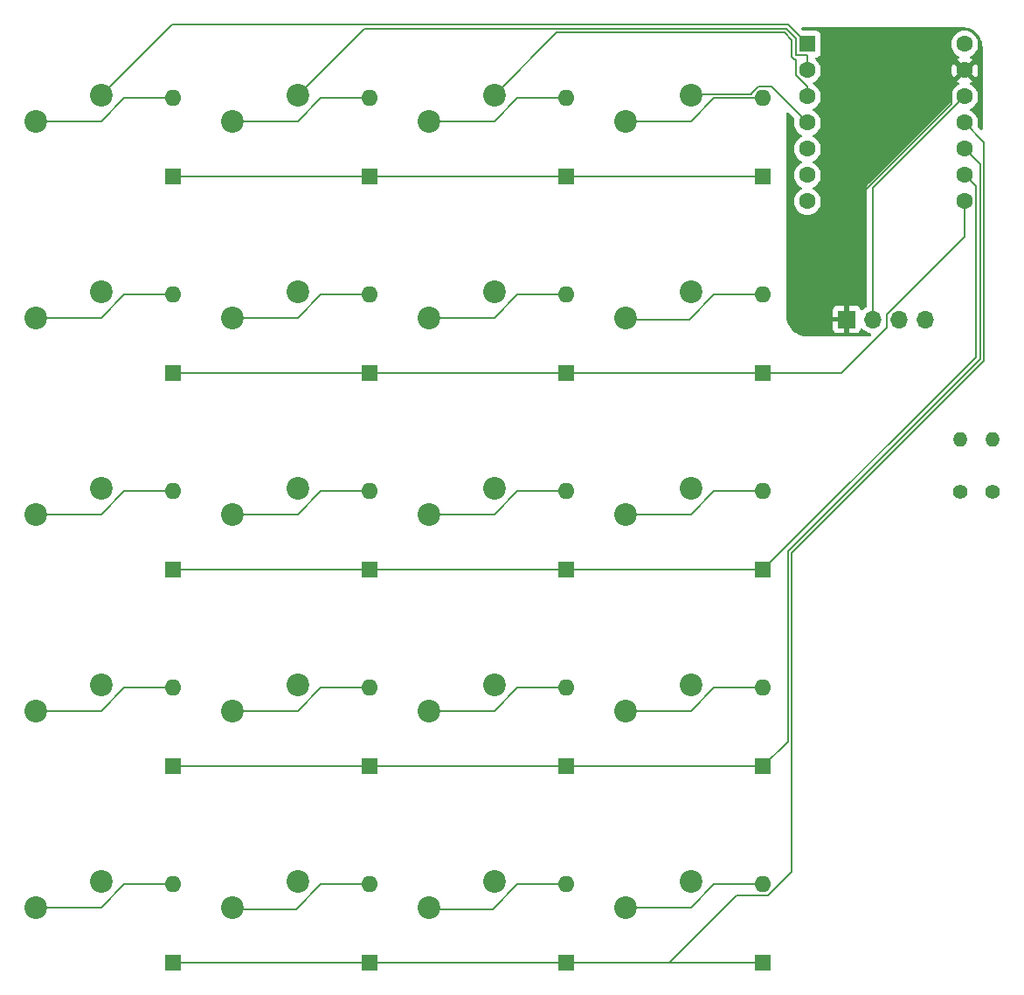
<source format=gbr>
%TF.GenerationSoftware,KiCad,Pcbnew,8.0.5*%
%TF.CreationDate,2024-10-05T13:22:53-05:00*%
%TF.ProjectId,HackPad_Neko,4861636b-5061-4645-9f4e-656b6f2e6b69,rev?*%
%TF.SameCoordinates,Original*%
%TF.FileFunction,Copper,L1,Top*%
%TF.FilePolarity,Positive*%
%FSLAX46Y46*%
G04 Gerber Fmt 4.6, Leading zero omitted, Abs format (unit mm)*
G04 Created by KiCad (PCBNEW 8.0.5) date 2024-10-05 13:22:53*
%MOMM*%
%LPD*%
G01*
G04 APERTURE LIST*
%TA.AperFunction,ComponentPad*%
%ADD10C,1.400000*%
%TD*%
%TA.AperFunction,ComponentPad*%
%ADD11O,1.400000X1.400000*%
%TD*%
%TA.AperFunction,ComponentPad*%
%ADD12C,2.200000*%
%TD*%
%TA.AperFunction,ComponentPad*%
%ADD13R,1.700000X1.700000*%
%TD*%
%TA.AperFunction,ComponentPad*%
%ADD14O,1.700000X1.700000*%
%TD*%
%TA.AperFunction,ComponentPad*%
%ADD15R,1.600000X1.600000*%
%TD*%
%TA.AperFunction,ComponentPad*%
%ADD16C,1.600000*%
%TD*%
%TA.AperFunction,ComponentPad*%
%ADD17O,1.600000X1.600000*%
%TD*%
%TA.AperFunction,Conductor*%
%ADD18C,0.200000*%
%TD*%
G04 APERTURE END LIST*
D10*
%TO.P,R2,1*%
%TO.N,+3V3*%
X208000000Y-100080000D03*
D11*
%TO.P,R2,2*%
%TO.N,SDA*%
X208000000Y-95000000D03*
%TD*%
D10*
%TO.P,R1,1*%
%TO.N,+3V3*%
X204850000Y-100080000D03*
D11*
%TO.P,R1,2*%
%TO.N,SCL*%
X204850000Y-95000000D03*
%TD*%
D12*
%TO.P,MX15,2,2*%
%TO.N,Net-(D15-A)*%
X153352500Y-121285000D03*
%TO.P,MX15,1,1*%
%TO.N,C2*%
X159702500Y-118745000D03*
%TD*%
%TO.P,MX5,2,2*%
%TO.N,Net-(D5-A)*%
X115252500Y-83185000D03*
%TO.P,MX5,1,1*%
%TO.N,C0*%
X121602500Y-80645000D03*
%TD*%
%TO.P,MX18,2,2*%
%TO.N,Net-(D18-A)*%
X134302500Y-140335000D03*
%TO.P,MX18,1,1*%
%TO.N,C1*%
X140652500Y-137795000D03*
%TD*%
%TO.P,MX20,2,2*%
%TO.N,Net-(D20-A)*%
X172402500Y-140335000D03*
%TO.P,MX20,1,1*%
%TO.N,C3*%
X178752500Y-137795000D03*
%TD*%
%TO.P,MX14,2,2*%
%TO.N,Net-(D14-A)*%
X134302500Y-121285000D03*
%TO.P,MX14,1,1*%
%TO.N,C1*%
X140652500Y-118745000D03*
%TD*%
%TO.P,MX3,2,2*%
%TO.N,Net-(D3-A)*%
X153352500Y-64135000D03*
%TO.P,MX3,1,1*%
%TO.N,C2*%
X159702500Y-61595000D03*
%TD*%
%TO.P,MX2,2,2*%
%TO.N,Net-(D2-A)*%
X134302500Y-64135000D03*
%TO.P,MX2,1,1*%
%TO.N,C1*%
X140652500Y-61595000D03*
%TD*%
%TO.P,MX13,2,2*%
%TO.N,Net-(D13-A)*%
X115252500Y-121285000D03*
%TO.P,MX13,1,1*%
%TO.N,C0*%
X121602500Y-118745000D03*
%TD*%
%TO.P,MX6,2,2*%
%TO.N,Net-(D6-A)*%
X134302500Y-83185000D03*
%TO.P,MX6,1,1*%
%TO.N,C1*%
X140652500Y-80645000D03*
%TD*%
%TO.P,MX4,2,2*%
%TO.N,Net-(D4-A)*%
X172402500Y-64135000D03*
%TO.P,MX4,1,1*%
%TO.N,C3*%
X178752500Y-61595000D03*
%TD*%
%TO.P,MX19,2,2*%
%TO.N,Net-(D19-A)*%
X153352500Y-140335000D03*
%TO.P,MX19,1,1*%
%TO.N,C2*%
X159702500Y-137795000D03*
%TD*%
%TO.P,MX10,2,2*%
%TO.N,Net-(D10-A)*%
X134302500Y-102235000D03*
%TO.P,MX10,1,1*%
%TO.N,C1*%
X140652500Y-99695000D03*
%TD*%
%TO.P,MX12,2,2*%
%TO.N,Net-(D12-A)*%
X172402500Y-102235000D03*
%TO.P,MX12,1,1*%
%TO.N,C3*%
X178752500Y-99695000D03*
%TD*%
%TO.P,MX11,2,2*%
%TO.N,Net-(D11-A)*%
X153352500Y-102235000D03*
%TO.P,MX11,1,1*%
%TO.N,C2*%
X159702500Y-99695000D03*
%TD*%
D13*
%TO.P,J1,1,Pin_1*%
%TO.N,GND*%
X193833750Y-83343750D03*
D14*
%TO.P,J1,2,Pin_2*%
%TO.N,+3V3*%
X196373750Y-83343750D03*
%TO.P,J1,3,Pin_3*%
%TO.N,SCL*%
X198913750Y-83343750D03*
%TO.P,J1,4,Pin_4*%
%TO.N,SDA*%
X201453750Y-83343750D03*
%TD*%
D12*
%TO.P,MX16,2,2*%
%TO.N,Net-(D16-A)*%
X172402500Y-121285000D03*
%TO.P,MX16,1,1*%
%TO.N,C3*%
X178752500Y-118745000D03*
%TD*%
%TO.P,MX7,2,2*%
%TO.N,Net-(D7-A)*%
X153352500Y-83185000D03*
%TO.P,MX7,1,1*%
%TO.N,C2*%
X159702500Y-80645000D03*
%TD*%
%TO.P,MX17,2,2*%
%TO.N,Net-(D17-A)*%
X115252500Y-140335000D03*
%TO.P,MX17,1,1*%
%TO.N,C0*%
X121602500Y-137795000D03*
%TD*%
%TO.P,MX8,2,2*%
%TO.N,Net-(D8-A)*%
X172402500Y-83185000D03*
%TO.P,MX8,1,1*%
%TO.N,C3*%
X178752500Y-80645000D03*
%TD*%
D15*
%TO.P,U1,1,PA02_A0_D0*%
%TO.N,C0*%
X190023750Y-56667500D03*
D16*
%TO.P,U1,2,PA4_A1_D1*%
%TO.N,C1*%
X190023750Y-59207500D03*
%TO.P,U1,3,PA10_A2_D2*%
%TO.N,C2*%
X190023750Y-61747500D03*
%TO.P,U1,4,PA11_A3_D3*%
%TO.N,C3*%
X190023750Y-64287500D03*
%TO.P,U1,5,PA8_A4_D4_SDA*%
%TO.N,SDA*%
X190023750Y-66827500D03*
%TO.P,U1,6,PA9_A5_D5_SCL*%
%TO.N,SCL*%
X190023750Y-69367500D03*
%TO.P,U1,7,PB08_A6_D6_TX*%
%TO.N,R0*%
X190023750Y-71907500D03*
%TO.P,U1,8,PB09_A7_D7_RX*%
%TO.N,R1*%
X205263750Y-71907500D03*
%TO.P,U1,9,PA7_A8_D8_SCK*%
%TO.N,R2*%
X205263750Y-69367500D03*
%TO.P,U1,10,PA5_A9_D9_MISO*%
%TO.N,R3*%
X205263750Y-66827500D03*
%TO.P,U1,11,PA6_A10_D10_MOSI*%
%TO.N,R4*%
X205263750Y-64287500D03*
%TO.P,U1,12,3V3*%
%TO.N,+3V3*%
X205263750Y-61747500D03*
%TO.P,U1,13,GND*%
%TO.N,GND*%
X205263750Y-59207500D03*
%TO.P,U1,14,5V*%
%TO.N,unconnected-(U1-5V-Pad14)*%
X205263750Y-56667500D03*
%TD*%
D12*
%TO.P,MX1,2,2*%
%TO.N,Net-(D1-A)*%
X115252500Y-64135000D03*
%TO.P,MX1,1,1*%
%TO.N,C0*%
X121602500Y-61595000D03*
%TD*%
%TO.P,MX9,2,2*%
%TO.N,Net-(D9-A)*%
X115252500Y-102235000D03*
%TO.P,MX9,1,1*%
%TO.N,C0*%
X121602500Y-99695000D03*
%TD*%
D15*
%TO.P,D10,1,K*%
%TO.N,R2*%
X147637500Y-107632500D03*
D17*
%TO.P,D10,2,A*%
%TO.N,Net-(D10-A)*%
X147637500Y-100012500D03*
%TD*%
D15*
%TO.P,D1,1,K*%
%TO.N,R0*%
X128587500Y-69532500D03*
D17*
%TO.P,D1,2,A*%
%TO.N,Net-(D1-A)*%
X128587500Y-61912500D03*
%TD*%
D15*
%TO.P,D19,1,K*%
%TO.N,R4*%
X166687500Y-145732500D03*
D17*
%TO.P,D19,2,A*%
%TO.N,Net-(D19-A)*%
X166687500Y-138112500D03*
%TD*%
D15*
%TO.P,D13,1,K*%
%TO.N,R3*%
X128587500Y-126682500D03*
D17*
%TO.P,D13,2,A*%
%TO.N,Net-(D13-A)*%
X128587500Y-119062500D03*
%TD*%
D15*
%TO.P,D18,1,K*%
%TO.N,R4*%
X147637500Y-145732500D03*
D17*
%TO.P,D18,2,A*%
%TO.N,Net-(D18-A)*%
X147637500Y-138112500D03*
%TD*%
D15*
%TO.P,D2,1,K*%
%TO.N,R0*%
X147637500Y-69532500D03*
D17*
%TO.P,D2,2,A*%
%TO.N,Net-(D2-A)*%
X147637500Y-61912500D03*
%TD*%
D15*
%TO.P,D11,1,K*%
%TO.N,R2*%
X166687500Y-107632500D03*
D17*
%TO.P,D11,2,A*%
%TO.N,Net-(D11-A)*%
X166687500Y-100012500D03*
%TD*%
D15*
%TO.P,D3,1,K*%
%TO.N,R0*%
X166687500Y-69532500D03*
D17*
%TO.P,D3,2,A*%
%TO.N,Net-(D3-A)*%
X166687500Y-61912500D03*
%TD*%
D15*
%TO.P,D17,1,K*%
%TO.N,R4*%
X128587500Y-145732500D03*
D17*
%TO.P,D17,2,A*%
%TO.N,Net-(D17-A)*%
X128587500Y-138112500D03*
%TD*%
D15*
%TO.P,D16,1,K*%
%TO.N,R3*%
X185737500Y-126682500D03*
D17*
%TO.P,D16,2,A*%
%TO.N,Net-(D16-A)*%
X185737500Y-119062500D03*
%TD*%
D15*
%TO.P,D9,1,K*%
%TO.N,R2*%
X128587500Y-107632500D03*
D17*
%TO.P,D9,2,A*%
%TO.N,Net-(D9-A)*%
X128587500Y-100012500D03*
%TD*%
D15*
%TO.P,D12,1,K*%
%TO.N,R2*%
X185737500Y-107632500D03*
D17*
%TO.P,D12,2,A*%
%TO.N,Net-(D12-A)*%
X185737500Y-100012500D03*
%TD*%
D15*
%TO.P,D6,1,K*%
%TO.N,R1*%
X147637500Y-88582500D03*
D17*
%TO.P,D6,2,A*%
%TO.N,Net-(D6-A)*%
X147637500Y-80962500D03*
%TD*%
D15*
%TO.P,D7,1,K*%
%TO.N,R1*%
X166687500Y-88582500D03*
D17*
%TO.P,D7,2,A*%
%TO.N,Net-(D7-A)*%
X166687500Y-80962500D03*
%TD*%
D15*
%TO.P,D14,1,K*%
%TO.N,R3*%
X147637500Y-126682500D03*
D17*
%TO.P,D14,2,A*%
%TO.N,Net-(D14-A)*%
X147637500Y-119062500D03*
%TD*%
D15*
%TO.P,D20,1,K*%
%TO.N,R4*%
X185737500Y-145732500D03*
D17*
%TO.P,D20,2,A*%
%TO.N,Net-(D20-A)*%
X185737500Y-138112500D03*
%TD*%
D15*
%TO.P,D4,1,K*%
%TO.N,R0*%
X185737500Y-69532500D03*
D17*
%TO.P,D4,2,A*%
%TO.N,Net-(D4-A)*%
X185737500Y-61912500D03*
%TD*%
D15*
%TO.P,D8,1,K*%
%TO.N,R1*%
X185737500Y-88582500D03*
D17*
%TO.P,D8,2,A*%
%TO.N,Net-(D8-A)*%
X185737500Y-80962500D03*
%TD*%
D15*
%TO.P,D15,1,K*%
%TO.N,R3*%
X166687500Y-126682500D03*
D17*
%TO.P,D15,2,A*%
%TO.N,Net-(D15-A)*%
X166687500Y-119062500D03*
%TD*%
D15*
%TO.P,D5,1,K*%
%TO.N,R1*%
X128587500Y-88582500D03*
D17*
%TO.P,D5,2,A*%
%TO.N,Net-(D5-A)*%
X128587500Y-80962500D03*
%TD*%
D18*
%TO.N,GND*%
X193833750Y-83343750D02*
X193833750Y-72611815D01*
X193833750Y-72611815D02*
X204000000Y-62445565D01*
X204000000Y-62445565D02*
X204000000Y-60471250D01*
X204000000Y-60471250D02*
X205263750Y-59207500D01*
%TO.N,+3V3*%
X196373750Y-83343750D02*
X196373750Y-70637500D01*
X196373750Y-70637500D02*
X205263750Y-61747500D01*
%TO.N,Net-(D1-A)*%
X123825000Y-61912500D02*
X128587500Y-61912500D01*
X121602500Y-64135000D02*
X123825000Y-61912500D01*
X115252500Y-64135000D02*
X121602500Y-64135000D01*
%TO.N,R0*%
X128587500Y-69532500D02*
X185737500Y-69532500D01*
X185737500Y-69532500D02*
X185737500Y-70002500D01*
%TO.N,Net-(D2-A)*%
X140652500Y-64135000D02*
X142875000Y-61912500D01*
X134302500Y-64135000D02*
X140652500Y-64135000D01*
X142875000Y-61912500D02*
X147637500Y-61912500D01*
%TO.N,Net-(D3-A)*%
X159702500Y-64135000D02*
X161925000Y-61912500D01*
X153352500Y-64135000D02*
X159702500Y-64135000D01*
X161925000Y-61912500D02*
X166687500Y-61912500D01*
%TO.N,Net-(D4-A)*%
X180975000Y-61912500D02*
X185737500Y-61912500D01*
X172402500Y-64135000D02*
X178752500Y-64135000D01*
X178752500Y-64135000D02*
X180975000Y-61912500D01*
%TO.N,R1*%
X205263750Y-75367404D02*
X205263750Y-71907500D01*
X185737500Y-88582500D02*
X193351250Y-88582500D01*
X197763750Y-84170000D02*
X197763750Y-82867404D01*
X197763750Y-82867404D02*
X205263750Y-75367404D01*
X128587500Y-88582500D02*
X185737500Y-88582500D01*
X193351250Y-88582500D02*
X197763750Y-84170000D01*
%TO.N,Net-(D5-A)*%
X115252500Y-83185000D02*
X121602500Y-83185000D01*
X121602500Y-83185000D02*
X123825000Y-80962500D01*
X123825000Y-80962500D02*
X128587500Y-80962500D01*
%TO.N,Net-(D6-A)*%
X134302500Y-83185000D02*
X140652500Y-83185000D01*
X142875000Y-80962500D02*
X147637500Y-80962500D01*
X140652500Y-83185000D02*
X142875000Y-80962500D01*
%TO.N,Net-(D7-A)*%
X153352500Y-83185000D02*
X159702500Y-83185000D01*
X161925000Y-80962500D02*
X166687500Y-80962500D01*
X159702500Y-83185000D02*
X161925000Y-80962500D01*
%TO.N,Net-(D8-A)*%
X178593750Y-83343750D02*
X180975000Y-80962500D01*
X172561250Y-83343750D02*
X178593750Y-83343750D01*
X180975000Y-80962500D02*
X185737500Y-80962500D01*
X172402500Y-83185000D02*
X172561250Y-83343750D01*
%TO.N,Net-(D9-A)*%
X123825000Y-100012500D02*
X128587500Y-100012500D01*
X115252500Y-102235000D02*
X121602500Y-102235000D01*
X121602500Y-102235000D02*
X123825000Y-100012500D01*
%TO.N,R2*%
X128587500Y-107632500D02*
X185737500Y-107632500D01*
X185737500Y-107632500D02*
X206363750Y-87006250D01*
X206363750Y-87006250D02*
X206363750Y-70467500D01*
X206363750Y-70467500D02*
X205263750Y-69367500D01*
%TO.N,Net-(D10-A)*%
X140652500Y-102235000D02*
X142875000Y-100012500D01*
X142875000Y-100012500D02*
X147637500Y-100012500D01*
X134302500Y-102235000D02*
X140652500Y-102235000D01*
%TO.N,Net-(D11-A)*%
X153352500Y-102235000D02*
X159702500Y-102235000D01*
X161925000Y-100012500D02*
X166687500Y-100012500D01*
X159702500Y-102235000D02*
X161925000Y-100012500D01*
%TO.N,Net-(D12-A)*%
X180975000Y-100012500D02*
X185737500Y-100012500D01*
X178752500Y-102235000D02*
X180975000Y-100012500D01*
X172402500Y-102235000D02*
X178752500Y-102235000D01*
%TO.N,R3*%
X128587500Y-126682500D02*
X185737500Y-126682500D01*
X206763750Y-68327500D02*
X205263750Y-66827500D01*
X185737500Y-126682500D02*
X188118750Y-124301250D01*
X188118750Y-105816936D02*
X206763750Y-87171936D01*
X188118750Y-124301250D02*
X188118750Y-105816936D01*
X206763750Y-87171936D02*
X206763750Y-68327500D01*
%TO.N,Net-(D13-A)*%
X115252500Y-121285000D02*
X121602500Y-121285000D01*
X123825000Y-119062500D02*
X128587500Y-119062500D01*
X121602500Y-121285000D02*
X123825000Y-119062500D01*
%TO.N,Net-(D14-A)*%
X142875000Y-119062500D02*
X147637500Y-119062500D01*
X134302500Y-121285000D02*
X140652500Y-121285000D01*
X140652500Y-121285000D02*
X142875000Y-119062500D01*
%TO.N,Net-(D15-A)*%
X161925000Y-119062500D02*
X166687500Y-119062500D01*
X153352500Y-121285000D02*
X159702500Y-121285000D01*
X159702500Y-121285000D02*
X161925000Y-119062500D01*
%TO.N,Net-(D16-A)*%
X180975000Y-119062500D02*
X185737500Y-119062500D01*
X172402500Y-121285000D02*
X178752500Y-121285000D01*
X178752500Y-121285000D02*
X180975000Y-119062500D01*
%TO.N,Net-(D17-A)*%
X123825000Y-138112500D02*
X128587500Y-138112500D01*
X115252500Y-140335000D02*
X121602500Y-140335000D01*
X121602500Y-140335000D02*
X123825000Y-138112500D01*
%TO.N,R4*%
X128587500Y-145732500D02*
X185737500Y-145732500D01*
X188518750Y-105982622D02*
X207163750Y-87337622D01*
X207163750Y-87337622D02*
X207163750Y-66187500D01*
X186193135Y-139212500D02*
X188518750Y-136886885D01*
X176678402Y-145732500D02*
X183198402Y-139212500D01*
X207163750Y-66187500D02*
X205263750Y-64287500D01*
X185737500Y-145732500D02*
X176678402Y-145732500D01*
X188518750Y-136886885D02*
X188518750Y-105982622D01*
X183198402Y-139212500D02*
X186193135Y-139212500D01*
%TO.N,Net-(D18-A)*%
X134461250Y-140493750D02*
X140493750Y-140493750D01*
X134302500Y-140335000D02*
X134461250Y-140493750D01*
X140493750Y-140493750D02*
X142875000Y-138112500D01*
X142875000Y-138112500D02*
X147637500Y-138112500D01*
%TO.N,Net-(D19-A)*%
X153511250Y-140493750D02*
X159543750Y-140493750D01*
X161925000Y-138112500D02*
X166687500Y-138112500D01*
X153352500Y-140335000D02*
X153511250Y-140493750D01*
X159543750Y-140493750D02*
X161925000Y-138112500D01*
%TO.N,Net-(D20-A)*%
X178752500Y-140335000D02*
X180975000Y-138112500D01*
X180975000Y-138112500D02*
X185737500Y-138112500D01*
X172402500Y-140335000D02*
X178752500Y-140335000D01*
%TO.N,C0*%
X121602500Y-61595000D02*
X128428750Y-54768750D01*
X188125000Y-54768750D02*
X190023750Y-56667500D01*
X128428750Y-54768750D02*
X188125000Y-54768750D01*
%TO.N,C1*%
X190023750Y-57767500D02*
X190023750Y-59207500D01*
X140652500Y-61595000D02*
X147078750Y-55168750D01*
X188923750Y-57767500D02*
X190023750Y-57767500D01*
X187959314Y-55168750D02*
X188923750Y-56133186D01*
X188923750Y-56133186D02*
X188923750Y-57767500D01*
X147078750Y-55168750D02*
X187959314Y-55168750D01*
%TO.N,C2*%
X188758065Y-58167500D02*
X188523750Y-57933185D01*
X190023750Y-60763135D02*
X188923750Y-59663135D01*
X188923750Y-58167500D02*
X188758065Y-58167500D01*
X187793628Y-55568750D02*
X165728750Y-55568750D01*
X188523750Y-56298872D02*
X187793628Y-55568750D01*
X188523750Y-57933185D02*
X188523750Y-56298872D01*
X190023750Y-61747500D02*
X190023750Y-60763135D01*
X188923750Y-59663135D02*
X188923750Y-58167500D01*
X165728750Y-55568750D02*
X159702500Y-61595000D01*
%TO.N,C3*%
X184637500Y-61456865D02*
X185281865Y-60812500D01*
X184637500Y-61512500D02*
X184637500Y-61456865D01*
X178835000Y-61512500D02*
X184637500Y-61512500D01*
X186548750Y-60812500D02*
X190023750Y-64287500D01*
X185281865Y-60812500D02*
X186548750Y-60812500D01*
X178752500Y-61595000D02*
X178835000Y-61512500D01*
%TO.N,unconnected-(U1-5V-Pad14)*%
X205263750Y-56670625D02*
X205263750Y-56667500D01*
%TD*%
%TA.AperFunction,Conductor*%
%TO.N,GND*%
G36*
X205004418Y-55000316D02*
G01*
X205275790Y-55019724D01*
X205293291Y-55022241D01*
X205554803Y-55079129D01*
X205571762Y-55084108D01*
X205714591Y-55137381D01*
X205822524Y-55177638D01*
X205838616Y-55184987D01*
X206073501Y-55313244D01*
X206088375Y-55322802D01*
X206245944Y-55440758D01*
X206302624Y-55483188D01*
X206315994Y-55494774D01*
X206505225Y-55684005D01*
X206516811Y-55697375D01*
X206677193Y-55911619D01*
X206686758Y-55926503D01*
X206815011Y-56161382D01*
X206822361Y-56177475D01*
X206915888Y-56428229D01*
X206920872Y-56445205D01*
X206977757Y-56706702D01*
X206980275Y-56724214D01*
X206999684Y-56995581D01*
X207000000Y-57004427D01*
X207000000Y-64875152D01*
X206980315Y-64942191D01*
X206927511Y-64987946D01*
X206858353Y-64997890D01*
X206794797Y-64968865D01*
X206788319Y-64962833D01*
X206555691Y-64730206D01*
X206522206Y-64668883D01*
X206523597Y-64610431D01*
X206549385Y-64514192D01*
X206569218Y-64287500D01*
X206549385Y-64060808D01*
X206490489Y-63841004D01*
X206394318Y-63634766D01*
X206263797Y-63448361D01*
X206263795Y-63448358D01*
X206102891Y-63287454D01*
X205916484Y-63156932D01*
X205916478Y-63156929D01*
X205858475Y-63129882D01*
X205806035Y-63083710D01*
X205786883Y-63016517D01*
X205807098Y-62949635D01*
X205858475Y-62905118D01*
X205916484Y-62878068D01*
X206102889Y-62747547D01*
X206263797Y-62586639D01*
X206394318Y-62400234D01*
X206490489Y-62193996D01*
X206549385Y-61974192D01*
X206569218Y-61747500D01*
X206549385Y-61520808D01*
X206490489Y-61301004D01*
X206394318Y-61094766D01*
X206263797Y-60908361D01*
X206263795Y-60908358D01*
X206102891Y-60747454D01*
X205916485Y-60616933D01*
X205916486Y-60616933D01*
X205916484Y-60616932D01*
X205857882Y-60589605D01*
X205805444Y-60543433D01*
X205786293Y-60476239D01*
X205806509Y-60409358D01*
X205857885Y-60364841D01*
X205916232Y-60337633D01*
X205989221Y-60286524D01*
X205393159Y-59690462D01*
X205456743Y-59673425D01*
X205570757Y-59607599D01*
X205663849Y-59514507D01*
X205729675Y-59400493D01*
X205746712Y-59336909D01*
X206342774Y-59932971D01*
X206393886Y-59859978D01*
X206490014Y-59653831D01*
X206490019Y-59653817D01*
X206548889Y-59434110D01*
X206548891Y-59434099D01*
X206568716Y-59207502D01*
X206568716Y-59207497D01*
X206548891Y-58980900D01*
X206548889Y-58980889D01*
X206490019Y-58761182D01*
X206490014Y-58761168D01*
X206393886Y-58555021D01*
X206393882Y-58555013D01*
X206342775Y-58482026D01*
X205746712Y-59078089D01*
X205729675Y-59014507D01*
X205663849Y-58900493D01*
X205570757Y-58807401D01*
X205456743Y-58741575D01*
X205393160Y-58724537D01*
X205989222Y-58128474D01*
X205916230Y-58077364D01*
X205857884Y-58050157D01*
X205805445Y-58003984D01*
X205786293Y-57936791D01*
X205806509Y-57869910D01*
X205857884Y-57825393D01*
X205916484Y-57798068D01*
X206102889Y-57667547D01*
X206263797Y-57506639D01*
X206394318Y-57320234D01*
X206490489Y-57113996D01*
X206549385Y-56894192D01*
X206569218Y-56667500D01*
X206549385Y-56440808D01*
X206490489Y-56221004D01*
X206394318Y-56014766D01*
X206263797Y-55828361D01*
X206263795Y-55828358D01*
X206102891Y-55667454D01*
X205916484Y-55536932D01*
X205916482Y-55536931D01*
X205710247Y-55440761D01*
X205710238Y-55440758D01*
X205490447Y-55381866D01*
X205490443Y-55381865D01*
X205490442Y-55381865D01*
X205490441Y-55381864D01*
X205490436Y-55381864D01*
X205263752Y-55362032D01*
X205263748Y-55362032D01*
X205037063Y-55381864D01*
X205037052Y-55381866D01*
X204817261Y-55440758D01*
X204817252Y-55440761D01*
X204611017Y-55536931D01*
X204611015Y-55536932D01*
X204424608Y-55667454D01*
X204263704Y-55828358D01*
X204133182Y-56014765D01*
X204133181Y-56014767D01*
X204037011Y-56221002D01*
X204037008Y-56221011D01*
X203978116Y-56440802D01*
X203978114Y-56440813D01*
X203958282Y-56667498D01*
X203958282Y-56667501D01*
X203978114Y-56894186D01*
X203978116Y-56894197D01*
X204037008Y-57113988D01*
X204037011Y-57113997D01*
X204133181Y-57320232D01*
X204133182Y-57320234D01*
X204263704Y-57506641D01*
X204424608Y-57667545D01*
X204424611Y-57667547D01*
X204611016Y-57798068D01*
X204669615Y-57825393D01*
X204722055Y-57871565D01*
X204741207Y-57938758D01*
X204720992Y-58005639D01*
X204669617Y-58050157D01*
X204611263Y-58077368D01*
X204611262Y-58077368D01*
X204538276Y-58128473D01*
X204538276Y-58128474D01*
X205134340Y-58724537D01*
X205070757Y-58741575D01*
X204956743Y-58807401D01*
X204863651Y-58900493D01*
X204797825Y-59014507D01*
X204780787Y-59078089D01*
X204184724Y-58482026D01*
X204184723Y-58482026D01*
X204133618Y-58555012D01*
X204133616Y-58555016D01*
X204037484Y-58761173D01*
X204037480Y-58761182D01*
X203978610Y-58980889D01*
X203978608Y-58980900D01*
X203958784Y-59207497D01*
X203958784Y-59207502D01*
X203978608Y-59434099D01*
X203978610Y-59434110D01*
X204037480Y-59653817D01*
X204037485Y-59653831D01*
X204133613Y-59859978D01*
X204184724Y-59932972D01*
X204780787Y-59336909D01*
X204797825Y-59400493D01*
X204863651Y-59514507D01*
X204956743Y-59607599D01*
X205070757Y-59673425D01*
X205134340Y-59690462D01*
X204538276Y-60286525D01*
X204611263Y-60337632D01*
X204611271Y-60337636D01*
X204669614Y-60364842D01*
X204722054Y-60411014D01*
X204741206Y-60478207D01*
X204720991Y-60545089D01*
X204669616Y-60589605D01*
X204611022Y-60616928D01*
X204611015Y-60616932D01*
X204424608Y-60747454D01*
X204263704Y-60908358D01*
X204133182Y-61094765D01*
X204133181Y-61094767D01*
X204037011Y-61301002D01*
X204037008Y-61301011D01*
X203978116Y-61520802D01*
X203978114Y-61520813D01*
X203958282Y-61747498D01*
X203958282Y-61747501D01*
X203978114Y-61974186D01*
X203978115Y-61974194D01*
X204003902Y-62070429D01*
X204002239Y-62140279D01*
X203971808Y-62190204D01*
X196005036Y-70156978D01*
X195893231Y-70268782D01*
X195893229Y-70268785D01*
X195843111Y-70355594D01*
X195843109Y-70355596D01*
X195814175Y-70405709D01*
X195814174Y-70405710D01*
X195814173Y-70405715D01*
X195773249Y-70558443D01*
X195773249Y-70558445D01*
X195773249Y-70726546D01*
X195773250Y-70726559D01*
X195773250Y-82054658D01*
X195753565Y-82121697D01*
X195701664Y-82167036D01*
X195695923Y-82169713D01*
X195695919Y-82169715D01*
X195502350Y-82305253D01*
X195380034Y-82427569D01*
X195318711Y-82461053D01*
X195249019Y-82456069D01*
X195193086Y-82414197D01*
X195176171Y-82383220D01*
X195127104Y-82251663D01*
X195127100Y-82251656D01*
X195040940Y-82136562D01*
X195040937Y-82136559D01*
X194925843Y-82050399D01*
X194925836Y-82050395D01*
X194791129Y-82000153D01*
X194791122Y-82000151D01*
X194731594Y-81993750D01*
X194083750Y-81993750D01*
X194083750Y-82910738D01*
X194026743Y-82877825D01*
X193899576Y-82843750D01*
X193767924Y-82843750D01*
X193640757Y-82877825D01*
X193583750Y-82910738D01*
X193583750Y-81993750D01*
X192935905Y-81993750D01*
X192876377Y-82000151D01*
X192876370Y-82000153D01*
X192741663Y-82050395D01*
X192741656Y-82050399D01*
X192626562Y-82136559D01*
X192626559Y-82136562D01*
X192540399Y-82251656D01*
X192540395Y-82251663D01*
X192490153Y-82386370D01*
X192490151Y-82386377D01*
X192483750Y-82445905D01*
X192483750Y-83093750D01*
X193400738Y-83093750D01*
X193367825Y-83150757D01*
X193333750Y-83277924D01*
X193333750Y-83409576D01*
X193367825Y-83536743D01*
X193400738Y-83593750D01*
X192483750Y-83593750D01*
X192483750Y-84241594D01*
X192490151Y-84301122D01*
X192490153Y-84301129D01*
X192540395Y-84435836D01*
X192540399Y-84435843D01*
X192626559Y-84550937D01*
X192626562Y-84550940D01*
X192741656Y-84637100D01*
X192741663Y-84637104D01*
X192876370Y-84687346D01*
X192876377Y-84687348D01*
X192935905Y-84693749D01*
X192935922Y-84693750D01*
X193583750Y-84693750D01*
X193583750Y-83776762D01*
X193640757Y-83809675D01*
X193767924Y-83843750D01*
X193899576Y-83843750D01*
X194026743Y-83809675D01*
X194083750Y-83776762D01*
X194083750Y-84693750D01*
X194731578Y-84693750D01*
X194731594Y-84693749D01*
X194791122Y-84687348D01*
X194791129Y-84687346D01*
X194925836Y-84637104D01*
X194925843Y-84637100D01*
X195040937Y-84550940D01*
X195040940Y-84550937D01*
X195127100Y-84435843D01*
X195127104Y-84435836D01*
X195176172Y-84304279D01*
X195218043Y-84248345D01*
X195283507Y-84223928D01*
X195351780Y-84238780D01*
X195380035Y-84259931D01*
X195502349Y-84382245D01*
X195578885Y-84435836D01*
X195695915Y-84517782D01*
X195695917Y-84517783D01*
X195695920Y-84517785D01*
X195910087Y-84617653D01*
X196138342Y-84678813D01*
X196138346Y-84678813D01*
X196141745Y-84679724D01*
X196201405Y-84716088D01*
X196231935Y-84778935D01*
X196223641Y-84848311D01*
X196197333Y-84887180D01*
X196120831Y-84963682D01*
X196059511Y-84997166D01*
X196033152Y-85000000D01*
X190004428Y-85000000D01*
X189995582Y-84999684D01*
X189724214Y-84980275D01*
X189706702Y-84977757D01*
X189445205Y-84920872D01*
X189428229Y-84915888D01*
X189177475Y-84822361D01*
X189161382Y-84815011D01*
X188926503Y-84686758D01*
X188911619Y-84677193D01*
X188858061Y-84637100D01*
X188697375Y-84516811D01*
X188684005Y-84505225D01*
X188494774Y-84315994D01*
X188483188Y-84302624D01*
X188482064Y-84301122D01*
X188322802Y-84088375D01*
X188313244Y-84073501D01*
X188184987Y-83838616D01*
X188177638Y-83822524D01*
X188171999Y-83807405D01*
X188084108Y-83571762D01*
X188079129Y-83554803D01*
X188022241Y-83293291D01*
X188019724Y-83275785D01*
X188000316Y-83004418D01*
X188000000Y-82995572D01*
X188000000Y-63412347D01*
X188019685Y-63345308D01*
X188072489Y-63299553D01*
X188141647Y-63289609D01*
X188205203Y-63318634D01*
X188211681Y-63324666D01*
X188731808Y-63844793D01*
X188765293Y-63906116D01*
X188763902Y-63964567D01*
X188738116Y-64060802D01*
X188738114Y-64060813D01*
X188718282Y-64287498D01*
X188718282Y-64287501D01*
X188738114Y-64514186D01*
X188738116Y-64514197D01*
X188797008Y-64733988D01*
X188797011Y-64733997D01*
X188893181Y-64940232D01*
X188893182Y-64940234D01*
X189023704Y-65126641D01*
X189184608Y-65287545D01*
X189184611Y-65287547D01*
X189371016Y-65418068D01*
X189429025Y-65445118D01*
X189481464Y-65491291D01*
X189500616Y-65558484D01*
X189480400Y-65625365D01*
X189429025Y-65669882D01*
X189371017Y-65696931D01*
X189371015Y-65696932D01*
X189184608Y-65827454D01*
X189023704Y-65988358D01*
X188893182Y-66174765D01*
X188893181Y-66174767D01*
X188797011Y-66381002D01*
X188797008Y-66381011D01*
X188738116Y-66600802D01*
X188738114Y-66600813D01*
X188718282Y-66827498D01*
X188718282Y-66827501D01*
X188738114Y-67054186D01*
X188738116Y-67054197D01*
X188797008Y-67273988D01*
X188797011Y-67273997D01*
X188893181Y-67480232D01*
X188893182Y-67480234D01*
X189023704Y-67666641D01*
X189184608Y-67827545D01*
X189184611Y-67827547D01*
X189371016Y-67958068D01*
X189429025Y-67985118D01*
X189481464Y-68031291D01*
X189500616Y-68098484D01*
X189480400Y-68165365D01*
X189429025Y-68209882D01*
X189371017Y-68236931D01*
X189371015Y-68236932D01*
X189184608Y-68367454D01*
X189023704Y-68528358D01*
X188893182Y-68714765D01*
X188893181Y-68714767D01*
X188797011Y-68921002D01*
X188797008Y-68921011D01*
X188738116Y-69140802D01*
X188738114Y-69140813D01*
X188718282Y-69367498D01*
X188718282Y-69367501D01*
X188738114Y-69594186D01*
X188738116Y-69594197D01*
X188797008Y-69813988D01*
X188797011Y-69813997D01*
X188893181Y-70020232D01*
X188893182Y-70020234D01*
X189023704Y-70206641D01*
X189184608Y-70367545D01*
X189184611Y-70367547D01*
X189371016Y-70498068D01*
X189429025Y-70525118D01*
X189481464Y-70571291D01*
X189500616Y-70638484D01*
X189480400Y-70705365D01*
X189429025Y-70749882D01*
X189371017Y-70776931D01*
X189371015Y-70776932D01*
X189184608Y-70907454D01*
X189023704Y-71068358D01*
X188893182Y-71254765D01*
X188893181Y-71254767D01*
X188797011Y-71461002D01*
X188797008Y-71461011D01*
X188738116Y-71680802D01*
X188738114Y-71680813D01*
X188718282Y-71907498D01*
X188718282Y-71907501D01*
X188738114Y-72134186D01*
X188738116Y-72134197D01*
X188797008Y-72353988D01*
X188797011Y-72353997D01*
X188893181Y-72560232D01*
X188893182Y-72560234D01*
X189023704Y-72746641D01*
X189184608Y-72907545D01*
X189184611Y-72907547D01*
X189371016Y-73038068D01*
X189577254Y-73134239D01*
X189797058Y-73193135D01*
X189958980Y-73207301D01*
X190023748Y-73212968D01*
X190023750Y-73212968D01*
X190023752Y-73212968D01*
X190080423Y-73208009D01*
X190250442Y-73193135D01*
X190470246Y-73134239D01*
X190676484Y-73038068D01*
X190862889Y-72907547D01*
X191023797Y-72746639D01*
X191154318Y-72560234D01*
X191250489Y-72353996D01*
X191309385Y-72134192D01*
X191329218Y-71907500D01*
X191309385Y-71680808D01*
X191250489Y-71461004D01*
X191154318Y-71254766D01*
X191023797Y-71068361D01*
X191023795Y-71068358D01*
X190862891Y-70907454D01*
X190676484Y-70776932D01*
X190676478Y-70776929D01*
X190618475Y-70749882D01*
X190566035Y-70703710D01*
X190546883Y-70636517D01*
X190567098Y-70569635D01*
X190618475Y-70525118D01*
X190676484Y-70498068D01*
X190862889Y-70367547D01*
X191023797Y-70206639D01*
X191154318Y-70020234D01*
X191250489Y-69813996D01*
X191309385Y-69594192D01*
X191329218Y-69367500D01*
X191309385Y-69140808D01*
X191250489Y-68921004D01*
X191154318Y-68714766D01*
X191023797Y-68528361D01*
X191023795Y-68528358D01*
X190862891Y-68367454D01*
X190676484Y-68236932D01*
X190676478Y-68236929D01*
X190618475Y-68209882D01*
X190566035Y-68163710D01*
X190546883Y-68096517D01*
X190567098Y-68029635D01*
X190618475Y-67985118D01*
X190676484Y-67958068D01*
X190862889Y-67827547D01*
X191023797Y-67666639D01*
X191154318Y-67480234D01*
X191250489Y-67273996D01*
X191309385Y-67054192D01*
X191329218Y-66827500D01*
X191309385Y-66600808D01*
X191250489Y-66381004D01*
X191154318Y-66174766D01*
X191023797Y-65988361D01*
X191023795Y-65988358D01*
X190862891Y-65827454D01*
X190676484Y-65696932D01*
X190676478Y-65696929D01*
X190618475Y-65669882D01*
X190566035Y-65623710D01*
X190546883Y-65556517D01*
X190567098Y-65489635D01*
X190618475Y-65445118D01*
X190676484Y-65418068D01*
X190862889Y-65287547D01*
X191023797Y-65126639D01*
X191154318Y-64940234D01*
X191250489Y-64733996D01*
X191309385Y-64514192D01*
X191329218Y-64287500D01*
X191309385Y-64060808D01*
X191250489Y-63841004D01*
X191154318Y-63634766D01*
X191023797Y-63448361D01*
X191023795Y-63448358D01*
X190862891Y-63287454D01*
X190676484Y-63156932D01*
X190676478Y-63156929D01*
X190618475Y-63129882D01*
X190566035Y-63083710D01*
X190546883Y-63016517D01*
X190567098Y-62949635D01*
X190618475Y-62905118D01*
X190676484Y-62878068D01*
X190862889Y-62747547D01*
X191023797Y-62586639D01*
X191154318Y-62400234D01*
X191250489Y-62193996D01*
X191309385Y-61974192D01*
X191329218Y-61747500D01*
X191309385Y-61520808D01*
X191250489Y-61301004D01*
X191154318Y-61094766D01*
X191023797Y-60908361D01*
X191023795Y-60908358D01*
X190862891Y-60747454D01*
X190676481Y-60616930D01*
X190676476Y-60616927D01*
X190648634Y-60603944D01*
X190596195Y-60557771D01*
X190587694Y-60538337D01*
X190586437Y-60538858D01*
X190583327Y-60531351D01*
X190583327Y-60531350D01*
X190582827Y-60530485D01*
X190582628Y-60529662D01*
X190580216Y-60523839D01*
X190581124Y-60523462D01*
X190566354Y-60462586D01*
X190589205Y-60396559D01*
X190637810Y-60356102D01*
X190676484Y-60338068D01*
X190862889Y-60207547D01*
X191023797Y-60046639D01*
X191154318Y-59860234D01*
X191250489Y-59653996D01*
X191309385Y-59434192D01*
X191329218Y-59207500D01*
X191309385Y-58980808D01*
X191250489Y-58761004D01*
X191154318Y-58554766D01*
X191023797Y-58368361D01*
X191023795Y-58368358D01*
X190862893Y-58207456D01*
X190838286Y-58190226D01*
X190794662Y-58135649D01*
X190787469Y-58066150D01*
X190818991Y-58003796D01*
X190879221Y-57968382D01*
X190896154Y-57965361D01*
X190931233Y-57961591D01*
X191066081Y-57911296D01*
X191181296Y-57825046D01*
X191267546Y-57709831D01*
X191317841Y-57574983D01*
X191324250Y-57515373D01*
X191324249Y-55819628D01*
X191317841Y-55760017D01*
X191306021Y-55728327D01*
X191267547Y-55625171D01*
X191267543Y-55625164D01*
X191181297Y-55509955D01*
X191181294Y-55509952D01*
X191066085Y-55423706D01*
X191066078Y-55423702D01*
X190931232Y-55373408D01*
X190931233Y-55373408D01*
X190871633Y-55367001D01*
X190871631Y-55367000D01*
X190871623Y-55367000D01*
X190871615Y-55367000D01*
X189623847Y-55367000D01*
X189556808Y-55347315D01*
X189536166Y-55330681D01*
X189473881Y-55268396D01*
X189440396Y-55207073D01*
X189445380Y-55137381D01*
X189487252Y-55081448D01*
X189535200Y-55059550D01*
X189706710Y-55022240D01*
X189724207Y-55019724D01*
X189995582Y-55000316D01*
X190004428Y-55000000D01*
X204995572Y-55000000D01*
X205004418Y-55000316D01*
G37*
%TD.AperFunction*%
%TD*%
M02*

</source>
